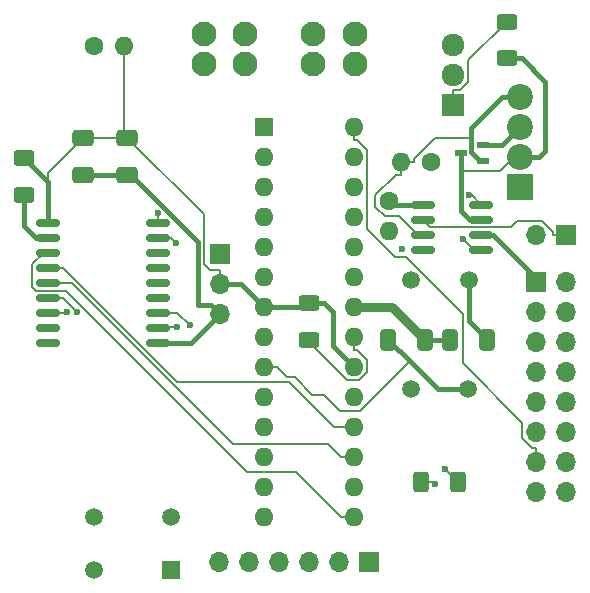
<source format=gbr>
%TF.GenerationSoftware,KiCad,Pcbnew,8.0.1-rc1*%
%TF.CreationDate,2024-05-12T16:28:37-07:00*%
%TF.ProjectId,Automotive Monitoring System CANBus Sensor,4175746f-6d6f-4746-9976-65204d6f6e69,rev?*%
%TF.SameCoordinates,Original*%
%TF.FileFunction,Copper,L4,Bot*%
%TF.FilePolarity,Positive*%
%FSLAX46Y46*%
G04 Gerber Fmt 4.6, Leading zero omitted, Abs format (unit mm)*
G04 Created by KiCad (PCBNEW 8.0.1-rc1) date 2024-05-12 16:28:37*
%MOMM*%
%LPD*%
G01*
G04 APERTURE LIST*
G04 Aperture macros list*
%AMRoundRect*
0 Rectangle with rounded corners*
0 $1 Rounding radius*
0 $2 $3 $4 $5 $6 $7 $8 $9 X,Y pos of 4 corners*
0 Add a 4 corners polygon primitive as box body*
4,1,4,$2,$3,$4,$5,$6,$7,$8,$9,$2,$3,0*
0 Add four circle primitives for the rounded corners*
1,1,$1+$1,$2,$3*
1,1,$1+$1,$4,$5*
1,1,$1+$1,$6,$7*
1,1,$1+$1,$8,$9*
0 Add four rect primitives between the rounded corners*
20,1,$1+$1,$2,$3,$4,$5,0*
20,1,$1+$1,$4,$5,$6,$7,0*
20,1,$1+$1,$6,$7,$8,$9,0*
20,1,$1+$1,$8,$9,$2,$3,0*%
G04 Aperture macros list end*
%TA.AperFunction,ComponentPad*%
%ADD10R,1.700000X1.700000*%
%TD*%
%TA.AperFunction,ComponentPad*%
%ADD11O,1.700000X1.700000*%
%TD*%
%TA.AperFunction,ComponentPad*%
%ADD12C,1.600000*%
%TD*%
%TA.AperFunction,ComponentPad*%
%ADD13O,1.600000X1.600000*%
%TD*%
%TA.AperFunction,ComponentPad*%
%ADD14C,2.100000*%
%TD*%
%TA.AperFunction,ComponentPad*%
%ADD15R,2.200000X2.200000*%
%TD*%
%TA.AperFunction,ComponentPad*%
%ADD16C,2.200000*%
%TD*%
%TA.AperFunction,ComponentPad*%
%ADD17R,1.920000X1.920000*%
%TD*%
%TA.AperFunction,ComponentPad*%
%ADD18C,1.920000*%
%TD*%
%TA.AperFunction,ComponentPad*%
%ADD19C,1.500000*%
%TD*%
%TA.AperFunction,ComponentPad*%
%ADD20R,1.500000X1.500000*%
%TD*%
%TA.AperFunction,ComponentPad*%
%ADD21R,1.600000X1.600000*%
%TD*%
%TA.AperFunction,SMDPad,CuDef*%
%ADD22RoundRect,0.250000X-0.412500X-0.650000X0.412500X-0.650000X0.412500X0.650000X-0.412500X0.650000X0*%
%TD*%
%TA.AperFunction,SMDPad,CuDef*%
%ADD23RoundRect,0.150000X0.875000X0.150000X-0.875000X0.150000X-0.875000X-0.150000X0.875000X-0.150000X0*%
%TD*%
%TA.AperFunction,SMDPad,CuDef*%
%ADD24RoundRect,0.250000X0.400000X0.625000X-0.400000X0.625000X-0.400000X-0.625000X0.400000X-0.625000X0*%
%TD*%
%TA.AperFunction,SMDPad,CuDef*%
%ADD25RoundRect,0.250000X-0.650000X0.412500X-0.650000X-0.412500X0.650000X-0.412500X0.650000X0.412500X0*%
%TD*%
%TA.AperFunction,SMDPad,CuDef*%
%ADD26RoundRect,0.150000X0.825000X0.150000X-0.825000X0.150000X-0.825000X-0.150000X0.825000X-0.150000X0*%
%TD*%
%TA.AperFunction,SMDPad,CuDef*%
%ADD27RoundRect,0.250000X0.625000X-0.400000X0.625000X0.400000X-0.625000X0.400000X-0.625000X-0.400000X0*%
%TD*%
%TA.AperFunction,SMDPad,CuDef*%
%ADD28RoundRect,0.250000X-0.625000X0.400000X-0.625000X-0.400000X0.625000X-0.400000X0.625000X0.400000X0*%
%TD*%
%TA.AperFunction,SMDPad,CuDef*%
%ADD29R,1.000000X0.550000*%
%TD*%
%TA.AperFunction,SMDPad,CuDef*%
%ADD30RoundRect,0.250000X0.412500X0.650000X-0.412500X0.650000X-0.412500X-0.650000X0.412500X-0.650000X0*%
%TD*%
%TA.AperFunction,ViaPad*%
%ADD31C,0.600000*%
%TD*%
%TA.AperFunction,Conductor*%
%ADD32C,0.381000*%
%TD*%
%TA.AperFunction,Conductor*%
%ADD33C,0.200000*%
%TD*%
%TA.AperFunction,Conductor*%
%ADD34C,0.762000*%
%TD*%
G04 APERTURE END LIST*
D10*
%TO.P,J6,1,Pin_1*%
%TO.N,+5V*%
X145670700Y-73750200D03*
D11*
%TO.P,J6,2,Pin_2*%
%TO.N,/BareMinAtmel328P/PD3-D3*%
X148210700Y-73750200D03*
%TO.P,J6,3,Pin_3*%
%TO.N,+VDC*%
X145670700Y-76290200D03*
%TO.P,J6,4,Pin_4*%
%TO.N,/BareMinAtmel328P/PD4-D4*%
X148210700Y-76290200D03*
%TO.P,J6,5,Pin_5*%
%TO.N,/BareMinAtmel328P/PC1-A1*%
X145670700Y-78830200D03*
%TO.P,J6,6,Pin_6*%
%TO.N,/BareMinAtmel328P/PD5-D5*%
X148210700Y-78830200D03*
%TO.P,J6,7,Pin_7*%
%TO.N,/BareMinAtmel328P/PC2-A2*%
X145670700Y-81370200D03*
%TO.P,J6,8,Pin_8*%
%TO.N,/BareMinAtmel328P/PD6-D6*%
X148210700Y-81370200D03*
%TO.P,J6,9,Pin_9*%
%TO.N,/BareMinAtmel328P/PC3-A3*%
X145670700Y-83910200D03*
%TO.P,J6,10,Pin_10*%
%TO.N,/BareMinAtmel328P/PD7-D7*%
X148210700Y-83910200D03*
%TO.P,J6,11,Pin_11*%
%TO.N,/BareMinAtmel328P/PC4-A4-SDA*%
X145670700Y-86450200D03*
%TO.P,J6,12,Pin_12*%
%TO.N,/BareMinAtmel328P/PB0-D8*%
X148210700Y-86450200D03*
%TO.P,J6,13,Pin_13*%
%TO.N,/BareMinAtmel328P/PC5-A5-SCL*%
X145670700Y-88990200D03*
%TO.P,J6,14,Pin_14*%
%TO.N,/BareMinAtmel328P/PB2-D10-SS*%
X148210700Y-88990200D03*
%TO.P,J6,15,Pin_15*%
%TO.N,GND*%
X145670700Y-91530200D03*
%TO.P,J6,16,Pin_16*%
X148210700Y-91530200D03*
%TD*%
D12*
%TO.P,R4,1*%
%TO.N,Net-(U3-Rs)*%
X133212700Y-66876100D03*
D13*
%TO.P,R4,2*%
%TO.N,GND*%
X133212700Y-69416100D03*
%TD*%
D12*
%TO.P,NTC1,1*%
%TO.N,/BareMinAtmel328P/PC0-A0*%
X108245700Y-53800500D03*
D13*
%TO.P,NTC1,2*%
%TO.N,+5V*%
X110785700Y-53800500D03*
%TD*%
D12*
%TO.P,R6,1*%
%TO.N,Net-(J4-Pin_2)*%
X136841000Y-63583500D03*
D13*
%TO.P,R6,2*%
%TO.N,CANBUS_L*%
X134301000Y-63583500D03*
%TD*%
D10*
%TO.P,Powerboard1,1,Pin_1*%
%TO.N,+VDC*%
X118946900Y-71348200D03*
D11*
%TO.P,Powerboard1,2,Pin_2*%
%TO.N,+5V*%
X118946900Y-73888200D03*
%TO.P,Powerboard1,3,Pin_3*%
%TO.N,GND*%
X118946900Y-76428200D03*
%TD*%
D10*
%TO.P,J4,1,Pin_1*%
%TO.N,CANBUS_H*%
X148277500Y-69805300D03*
D11*
%TO.P,J4,2,Pin_2*%
%TO.N,Net-(J4-Pin_2)*%
X145737500Y-69805300D03*
%TD*%
D14*
%TO.P,U2,1,1*%
%TO.N,+VDC*%
X117554300Y-55290900D03*
%TO.P,U2,2,2*%
X121054300Y-55290900D03*
%TO.P,U2,3,3*%
%TO.N,Net-(Q1-Pad3)*%
X126854300Y-55290900D03*
%TO.P,U2,4,4*%
X130354300Y-55290900D03*
%TO.P,U2,5,5*%
X130354300Y-52790900D03*
%TO.P,U2,6,6*%
X126854300Y-52790900D03*
%TO.P,U2,7,7*%
%TO.N,+VDC*%
X121054300Y-52790900D03*
%TO.P,U2,8,8*%
X117554300Y-52790900D03*
%TD*%
D15*
%TO.P,J5,1,Pin_1*%
%TO.N,Net-(J5-Pin_1)*%
X144337900Y-65725000D03*
D16*
%TO.P,J5,2,Pin_2*%
%TO.N,GND*%
X144337900Y-63185000D03*
%TO.P,J5,3,Pin_3*%
%TO.N,CANBUS_H*%
X144337900Y-60645000D03*
%TO.P,J5,4,Pin_4*%
%TO.N,CANBUS_L*%
X144337900Y-58105000D03*
%TD*%
D17*
%TO.P,Q1,1*%
%TO.N,Net-(Q1-Pad1)*%
X138691700Y-58745000D03*
D18*
%TO.P,Q1,2*%
%TO.N,Net-(J5-Pin_1)*%
X138691700Y-56205000D03*
%TO.P,Q1,3*%
%TO.N,Net-(Q1-Pad3)*%
X138691700Y-53665000D03*
%TD*%
D10*
%TO.P,J2,1,Pin_1*%
%TO.N,GND*%
X131583000Y-97472600D03*
D11*
%TO.P,J2,2,Pin_2*%
%TO.N,unconnected-(J2-Pin_2-Pad2)*%
X129043000Y-97472600D03*
%TO.P,J2,3,Pin_3*%
%TO.N,+5V*%
X126503000Y-97472600D03*
%TO.P,J2,4,Pin_4*%
%TO.N,/BareMinAtmel328P/PD0-RX*%
X123963000Y-97472600D03*
%TO.P,J2,5,Pin_5*%
%TO.N,/BareMinAtmel328P/PD1-TX*%
X121423000Y-97472600D03*
%TO.P,J2,6,Pin_6*%
%TO.N,Net-(J2-Pin_6)*%
X118883000Y-97472600D03*
%TD*%
D19*
%TO.P,Y2,1,1*%
%TO.N,Net-(U4-OSC1)*%
X135124800Y-73536500D03*
%TO.P,Y2,2,2*%
%TO.N,Net-(U4-OSC2)*%
X140004800Y-73536500D03*
%TD*%
D20*
%TO.P,Reset1,1,NO_1*%
%TO.N,/BareMinAtmel328P/RESET*%
X114764200Y-98131600D03*
D19*
%TO.P,Reset1,2,NO_2*%
%TO.N,unconnected-(Reset1-NO_2-Pad2)*%
X108264200Y-98131600D03*
%TO.P,Reset1,3,COM_1*%
%TO.N,GND*%
X114764200Y-93631600D03*
%TO.P,Reset1,4,COM_2*%
%TO.N,unconnected-(Reset1-COM_2-Pad4)*%
X108264200Y-93631600D03*
%TD*%
%TO.P,Y1,1,1*%
%TO.N,Net-(U1-XTAL2{slash}PB7)*%
X135099900Y-82790900D03*
%TO.P,Y1,2,2*%
%TO.N,Net-(U1-XTAL1{slash}PB6)*%
X139979900Y-82790900D03*
%TD*%
D21*
%TO.P,U1,1,~{RESET}/PC6*%
%TO.N,/BareMinAtmel328P/RESET*%
X122659400Y-60606700D03*
D13*
%TO.P,U1,2,PD0*%
%TO.N,/BareMinAtmel328P/PD0-RX*%
X122659400Y-63146700D03*
%TO.P,U1,3,PD1*%
%TO.N,/BareMinAtmel328P/PD1-TX*%
X122659400Y-65686700D03*
%TO.P,U1,4,PD2*%
%TO.N,/BareMinAtmel328P/PD2-D2*%
X122659400Y-68226700D03*
%TO.P,U1,5,PD3*%
%TO.N,/BareMinAtmel328P/PD3-D3*%
X122659400Y-70766700D03*
%TO.P,U1,6,PD4*%
%TO.N,/BareMinAtmel328P/PD4-D4*%
X122659400Y-73306700D03*
%TO.P,U1,7,VCC*%
%TO.N,+5V*%
X122659400Y-75846700D03*
%TO.P,U1,8,GND*%
%TO.N,GND*%
X122659400Y-78386700D03*
%TO.P,U1,9,XTAL1/PB6*%
%TO.N,Net-(U1-XTAL1{slash}PB6)*%
X122659400Y-80926700D03*
%TO.P,U1,10,XTAL2/PB7*%
%TO.N,Net-(U1-XTAL2{slash}PB7)*%
X122659400Y-83466700D03*
%TO.P,U1,11,PD5*%
%TO.N,/BareMinAtmel328P/PD5-D5*%
X122659400Y-86006700D03*
%TO.P,U1,12,PD6*%
%TO.N,/BareMinAtmel328P/PD6-D6*%
X122659400Y-88546700D03*
%TO.P,U1,13,PD7*%
%TO.N,/BareMinAtmel328P/PD7-D7*%
X122659400Y-91086700D03*
%TO.P,U1,14,PB0*%
%TO.N,/BareMinAtmel328P/PB0-D8*%
X122659400Y-93626700D03*
%TO.P,U1,15,PB1*%
%TO.N,/BareMinAtmel328P/PB1-D9*%
X130279400Y-93626700D03*
%TO.P,U1,16,PB2*%
%TO.N,/BareMinAtmel328P/PB2-D10-SS*%
X130279400Y-91086700D03*
%TO.P,U1,17,PB3*%
%TO.N,/BareMinAtmel328P/PB3-D11-MOSI*%
X130279400Y-88546700D03*
%TO.P,U1,18,PB4*%
%TO.N,/BareMinAtmel328P/PB4-D12-MISO*%
X130279400Y-86006700D03*
%TO.P,U1,19,PB5*%
%TO.N,/BareMinAtmel328P/PB5-D13-SCK*%
X130279400Y-83466700D03*
%TO.P,U1,20,AVCC*%
%TO.N,+5V*%
X130279400Y-80926700D03*
%TO.P,U1,21,AREF*%
%TO.N,/BareMinAtmel328P/AREF*%
X130279400Y-78386700D03*
%TO.P,U1,22,GND*%
%TO.N,GND*%
X130279400Y-75846700D03*
%TO.P,U1,23,PC0*%
%TO.N,/BareMinAtmel328P/PC0-A0*%
X130279400Y-73306700D03*
%TO.P,U1,24,PC1*%
%TO.N,/BareMinAtmel328P/PC1-A1*%
X130279400Y-70766700D03*
%TO.P,U1,25,PC2*%
%TO.N,/BareMinAtmel328P/PC2-A2*%
X130279400Y-68226700D03*
%TO.P,U1,26,PC3*%
%TO.N,/BareMinAtmel328P/PC3-A3*%
X130279400Y-65686700D03*
%TO.P,U1,27,PC4*%
%TO.N,/BareMinAtmel328P/PC4-A4-SDA*%
X130279400Y-63146700D03*
%TO.P,U1,28,PC5*%
%TO.N,/BareMinAtmel328P/PC5-A5-SCL*%
X130279400Y-60606700D03*
%TD*%
D22*
%TO.P,C2,1*%
%TO.N,Net-(U1-XTAL1{slash}PB6)*%
X133194600Y-78621200D03*
%TO.P,C2,2*%
%TO.N,GND*%
X136319600Y-78621200D03*
%TD*%
D23*
%TO.P,U4,1,TXCAN*%
%TO.N,/CANBUS-MCP2515/TXtoCANTC*%
X113704600Y-68738400D03*
%TO.P,U4,2,RXCAN*%
%TO.N,/CANBUS-MCP2515/RXtoCANTC*%
X113704600Y-70008400D03*
%TO.P,U4,3,CLKOUT/SOF*%
%TO.N,unconnected-(U4-CLKOUT{slash}SOF-Pad3)*%
X113704600Y-71278400D03*
%TO.P,U4,4,~{TX0RTS}*%
%TO.N,unconnected-(U4-~{TX0RTS}-Pad4)*%
X113704600Y-72548400D03*
%TO.P,U4,5,~{TX1RTS}*%
%TO.N,unconnected-(U4-~{TX1RTS}-Pad5)*%
X113704600Y-73818400D03*
%TO.P,U4,6,~{TX2RTS}*%
%TO.N,unconnected-(U4-~{TX2RTS}-Pad6)*%
X113704600Y-75088400D03*
%TO.P,U4,7,OSC2*%
%TO.N,Net-(U4-OSC2)*%
X113704600Y-76358400D03*
%TO.P,U4,8,OSC1*%
%TO.N,Net-(U4-OSC1)*%
X113704600Y-77628400D03*
%TO.P,U4,9,VSS*%
%TO.N,GND*%
X113704600Y-78898400D03*
%TO.P,U4,10,~{RX1BF}*%
%TO.N,unconnected-(U4-~{RX1BF}-Pad10)*%
X104404600Y-78898400D03*
%TO.P,U4,11,~{RX0BF}*%
%TO.N,unconnected-(U4-~{RX0BF}-Pad11)*%
X104404600Y-77628400D03*
%TO.P,U4,12,~{INT}*%
%TO.N,/BareMinAtmel328P/PD2-D2*%
X104404600Y-76358400D03*
%TO.P,U4,13,SCK*%
%TO.N,/BareMinAtmel328P/PB5-D13-SCK*%
X104404600Y-75088400D03*
%TO.P,U4,14,SI*%
%TO.N,/BareMinAtmel328P/PB3-D11-MOSI*%
X104404600Y-73818400D03*
%TO.P,U4,15,SO*%
%TO.N,/BareMinAtmel328P/PB4-D12-MISO*%
X104404600Y-72548400D03*
%TO.P,U4,16,~{CS}*%
%TO.N,/BareMinAtmel328P/PB1-D9*%
X104404600Y-71278400D03*
%TO.P,U4,17,~{RESET}*%
%TO.N,Net-(U4-~{RESET})*%
X104404600Y-70008400D03*
%TO.P,U4,18,VDD*%
%TO.N,+5V*%
X104404600Y-68738400D03*
%TD*%
D24*
%TO.P,R1,1*%
%TO.N,+5V*%
X139093300Y-90662100D03*
%TO.P,R1,2*%
%TO.N,/BareMinAtmel328P/RESET*%
X135993300Y-90662100D03*
%TD*%
D25*
%TO.P,C4,1*%
%TO.N,+5V*%
X107355700Y-61594400D03*
%TO.P,C4,2*%
%TO.N,GND*%
X107355700Y-64719400D03*
%TD*%
D26*
%TO.P,U3,1,TXD*%
%TO.N,/CANBUS-MCP2515/TXtoCANTC*%
X141050300Y-67195000D03*
%TO.P,U3,2,VSS*%
%TO.N,GND*%
X141050300Y-68465000D03*
%TO.P,U3,3,VDD*%
%TO.N,+5V*%
X141050300Y-69735000D03*
%TO.P,U3,4,RXD*%
%TO.N,/CANBUS-MCP2515/RXtoCANTC*%
X141050300Y-71005000D03*
%TO.P,U3,5,Vref*%
%TO.N,unconnected-(U3-Vref-Pad5)*%
X136100300Y-71005000D03*
%TO.P,U3,6,CANL*%
%TO.N,CANBUS_L*%
X136100300Y-69735000D03*
%TO.P,U3,7,CANH*%
%TO.N,CANBUS_H*%
X136100300Y-68465000D03*
%TO.P,U3,8,Rs*%
%TO.N,Net-(U3-Rs)*%
X136100300Y-67195000D03*
%TD*%
D27*
%TO.P,R5,1*%
%TO.N,Net-(U4-~{RESET})*%
X102382900Y-66361600D03*
%TO.P,R5,2*%
%TO.N,+5V*%
X102382900Y-63261600D03*
%TD*%
%TO.P,R3,1*%
%TO.N,/BareMinAtmel328P/AREF*%
X126459400Y-78656700D03*
%TO.P,R3,2*%
%TO.N,+5V*%
X126459400Y-75556700D03*
%TD*%
D28*
%TO.P,R2,1*%
%TO.N,Net-(Q1-Pad1)*%
X143201100Y-51703000D03*
%TO.P,R2,2*%
%TO.N,GND*%
X143201100Y-54803000D03*
%TD*%
D25*
%TO.P,C5,1*%
%TO.N,+5V*%
X111102700Y-61520500D03*
%TO.P,C5,2*%
%TO.N,GND*%
X111102700Y-64645500D03*
%TD*%
D29*
%TO.P,D1,1,CATHODE_1*%
%TO.N,CANBUS_H*%
X141219800Y-62184400D03*
%TO.P,D1,2,CATHODE_2*%
%TO.N,CANBUS_L*%
X141219800Y-63484400D03*
%TO.P,D1,3,COMMON_ANODE*%
%TO.N,GND*%
X139319800Y-62834400D03*
%TD*%
D30*
%TO.P,C6,1*%
%TO.N,Net-(U4-OSC2)*%
X141577900Y-78631000D03*
%TO.P,C6,2*%
%TO.N,GND*%
X138452900Y-78631000D03*
%TD*%
D31*
%TO.N,/BareMinAtmel328P/RESET*%
X137149000Y-90817500D03*
%TO.N,+5V*%
X138034000Y-89602800D03*
%TO.N,Net-(U4-OSC2)*%
X116364300Y-77393900D03*
%TO.N,Net-(U4-OSC1)*%
X115277900Y-77595800D03*
%TO.N,/BareMinAtmel328P/PB5-D13-SCK*%
X106837800Y-76301600D03*
%TO.N,/BareMinAtmel328P/PC2-A2*%
X134341100Y-70994700D03*
%TO.N,/BareMinAtmel328P/PD2-D2*%
X105963600Y-76290800D03*
%TO.N,/CANBUS-MCP2515/RXtoCANTC*%
X115246500Y-70431100D03*
X139554400Y-70107600D03*
%TO.N,/CANBUS-MCP2515/TXtoCANTC*%
X113704600Y-67937600D03*
X140015700Y-66392500D03*
%TD*%
D32*
%TO.N,GND*%
X118195000Y-75676400D02*
X117091000Y-75676400D01*
X136320000Y-78621200D02*
X138443000Y-78621200D01*
X116477000Y-78898400D02*
X118947000Y-76428200D01*
D33*
X143812300Y-63185000D02*
X142654600Y-64342700D01*
D32*
X144475000Y-54803000D02*
X146491000Y-56818600D01*
X113705000Y-78898400D02*
X116477000Y-78898400D01*
X143201100Y-54803000D02*
X144475000Y-54803000D01*
D33*
X139320000Y-63588500D02*
X139319800Y-63588300D01*
D32*
X146491000Y-62643600D02*
X145949000Y-63185000D01*
X139320000Y-64342700D02*
X139320000Y-63588500D01*
D34*
X130279400Y-75846700D02*
X133545000Y-75846700D01*
D32*
X111029000Y-64719400D02*
X107356000Y-64719400D01*
X117091000Y-75676400D02*
X117091000Y-70331300D01*
X139320000Y-63588500D02*
X139320000Y-62834400D01*
D33*
X139319800Y-63588300D02*
X139319800Y-62834400D01*
D32*
X117091000Y-70331300D02*
X111405000Y-64645500D01*
X145949000Y-63185000D02*
X144338000Y-63185000D01*
D33*
X142654600Y-64342700D02*
X139320000Y-64342700D01*
D32*
X141050000Y-68465000D02*
X140075000Y-68465000D01*
D34*
X133545000Y-75846700D02*
X136319800Y-78621000D01*
D32*
X139320000Y-67709600D02*
X139320000Y-64342700D01*
X140075000Y-68465000D02*
X139320000Y-67709600D01*
X118946900Y-76428200D02*
X118195000Y-75676400D01*
X146491000Y-56818600D02*
X146491000Y-62643600D01*
%TO.N,Net-(U1-XTAL1{slash}PB6)*%
X135003300Y-80429800D02*
X133195000Y-78621200D01*
D33*
X122659400Y-80926700D02*
X123759500Y-80926700D01*
X125251900Y-81796500D02*
X124629300Y-81796500D01*
X130785200Y-84647800D02*
X129090300Y-84647800D01*
X126769400Y-83314000D02*
X125251900Y-81796500D01*
D32*
X137364000Y-82790900D02*
X135003300Y-80429800D01*
D33*
X124629300Y-81796500D02*
X123759500Y-80926700D01*
X129090300Y-84647800D02*
X127756500Y-83314000D01*
X127756500Y-83314000D02*
X126769400Y-83314000D01*
X135003300Y-80429800D02*
X135003200Y-80429800D01*
X135003200Y-80429800D02*
X130785200Y-84647800D01*
D32*
X139979900Y-82790900D02*
X137364000Y-82790900D01*
D33*
%TO.N,/BareMinAtmel328P/RESET*%
X136993600Y-90662100D02*
X137149000Y-90817500D01*
X135993300Y-90662100D02*
X136993600Y-90662100D01*
D32*
%TO.N,+5V*%
X128533000Y-79179900D02*
X130279000Y-80926700D01*
D33*
X111102700Y-61520500D02*
X117581700Y-67999500D01*
D32*
X102383000Y-63261600D02*
X104405000Y-65283300D01*
D33*
X138034000Y-89602800D02*
X139093300Y-90662100D01*
X117581700Y-67999500D02*
X117581700Y-72186200D01*
D32*
X141050300Y-69735000D02*
X142025000Y-69735000D01*
X122659400Y-75846700D02*
X126169000Y-75846700D01*
D33*
X118133600Y-72738100D02*
X118946900Y-72738100D01*
D32*
X126459400Y-75556700D02*
X127779000Y-75556700D01*
D33*
X104405000Y-64545100D02*
X104405000Y-65283300D01*
X118946900Y-73888200D02*
X118946900Y-72738100D01*
D32*
X127779000Y-75556700D02*
X128533000Y-76310500D01*
D33*
X107355700Y-61594400D02*
X104405000Y-64545100D01*
D32*
X104405000Y-65283300D02*
X104405000Y-68738400D01*
D33*
X117581700Y-72186200D02*
X118133600Y-72738100D01*
D32*
X120701000Y-73888200D02*
X122659000Y-75846700D01*
X128533000Y-76310500D02*
X128533000Y-79179900D01*
X118947000Y-73888200D02*
X120701000Y-73888200D01*
D33*
X110785700Y-53800500D02*
X110785700Y-61520500D01*
X110785700Y-61520500D02*
X107429600Y-61520500D01*
D32*
X142025000Y-69735000D02*
X145671000Y-73380400D01*
%TO.N,Net-(U4-OSC2)*%
X140005000Y-73536500D02*
X140005000Y-75091200D01*
X140791500Y-77844400D02*
X141578000Y-78631000D01*
D33*
X115328800Y-76358400D02*
X116364300Y-77393900D01*
X113704600Y-76358400D02*
X115328800Y-76358400D01*
X140005000Y-75091200D02*
X140004800Y-75091000D01*
X140791500Y-77844400D02*
X141577900Y-78630800D01*
X140004800Y-75091000D02*
X140004800Y-73536500D01*
D32*
X140005000Y-77057800D02*
X140791500Y-77844400D01*
X140005000Y-75091200D02*
X140005000Y-77057800D01*
D33*
%TO.N,Net-(U4-OSC1)*%
X115277900Y-77595800D02*
X113737200Y-77595800D01*
%TO.N,CANBUS_L*%
X134301000Y-63583500D02*
X134301000Y-64683600D01*
X135694000Y-69735000D02*
X134105100Y-68146100D01*
X134301000Y-63583500D02*
X135401100Y-63583500D01*
D32*
X142782000Y-58105000D02*
X140210000Y-60676900D01*
D33*
X135401100Y-63355500D02*
X135401100Y-63583500D01*
X134105100Y-68146100D02*
X132887400Y-68146100D01*
X137188500Y-61568100D02*
X135401100Y-63355500D01*
D32*
X140210000Y-60676900D02*
X140210000Y-61568100D01*
D33*
X132108600Y-67367300D02*
X132108600Y-66420100D01*
D32*
X144337900Y-58105000D02*
X142782000Y-58105000D01*
X140210000Y-62699900D02*
X140995000Y-63484400D01*
X140210000Y-61568100D02*
X140210000Y-62699900D01*
D33*
X132887400Y-68146100D02*
X132108600Y-67367300D01*
X140210000Y-61568100D02*
X137188500Y-61568100D01*
X132108600Y-66420100D02*
X133845100Y-64683600D01*
X133845100Y-64683600D02*
X134301000Y-64683600D01*
%TO.N,CANBUS_H*%
X148277500Y-69805300D02*
X147127400Y-69805300D01*
D32*
X141220000Y-62184400D02*
X142799000Y-62184400D01*
D33*
X146217900Y-68608300D02*
X144113900Y-68608300D01*
X144113900Y-68608300D02*
X143603900Y-69118300D01*
X136753600Y-69118300D02*
X136100300Y-68465000D01*
D32*
X142799000Y-62184400D02*
X144338000Y-60645000D01*
D33*
X147127400Y-69805300D02*
X147127400Y-69517800D01*
X147127400Y-69517800D02*
X146217900Y-68608300D01*
X143603900Y-69118300D02*
X136753600Y-69118300D01*
%TO.N,/BareMinAtmel328P/PB5-D13-SCK*%
X104404600Y-75088400D02*
X105624600Y-75088400D01*
X105624600Y-75088400D02*
X106837800Y-76301600D01*
%TO.N,/BareMinAtmel328P/PB3-D11-MOSI*%
X106382500Y-73818400D02*
X120010700Y-87446600D01*
X104404600Y-73818400D02*
X106382500Y-73818400D01*
X120010700Y-87446600D02*
X128079200Y-87446600D01*
X130279400Y-88546700D02*
X129179300Y-88546700D01*
X128079200Y-87446600D02*
X129179300Y-88546700D01*
%TO.N,/BareMinAtmel328P/PB4-D12-MISO*%
X105678400Y-72548400D02*
X115326700Y-82196700D01*
X115326700Y-82196700D02*
X124803500Y-82196700D01*
X124803500Y-82196700D02*
X128613500Y-86006700D01*
X128613500Y-86006700D02*
X130279400Y-86006700D01*
X104404600Y-72548400D02*
X105678400Y-72548400D01*
%TO.N,/BareMinAtmel328P/PC5-A5-SCL*%
X144520600Y-86977600D02*
X145383100Y-87840100D01*
X145383100Y-87840100D02*
X145670700Y-87840100D01*
X144520600Y-85647100D02*
X144520600Y-86977600D01*
X130279400Y-61706800D02*
X130507300Y-61706800D01*
X134671100Y-71594800D02*
X139514300Y-76438000D01*
X131379600Y-62579100D02*
X131379600Y-69222300D01*
X133752100Y-71594800D02*
X134671100Y-71594800D01*
X139514300Y-76438000D02*
X139514300Y-80640800D01*
X130279400Y-60606700D02*
X130279400Y-61706800D01*
X145670700Y-88990200D02*
X145670700Y-87840100D01*
X139514300Y-80640800D02*
X144520600Y-85647100D01*
X130507300Y-61706800D02*
X131379600Y-62579100D01*
X131379600Y-69222300D02*
X133752100Y-71594800D01*
%TO.N,Net-(Q1-Pad1)*%
X139243100Y-57484900D02*
X139951800Y-56776200D01*
X139951800Y-56776200D02*
X139951800Y-54952300D01*
X139951800Y-54952300D02*
X143201100Y-51703000D01*
X138691700Y-58745000D02*
X138691700Y-57484900D01*
X138691700Y-57484900D02*
X139243100Y-57484900D01*
%TO.N,/BareMinAtmel328P/AREF*%
X126459400Y-78785100D02*
X129709200Y-82034900D01*
X129709200Y-82034900D02*
X130735000Y-82034900D01*
X130507300Y-79486800D02*
X130279400Y-79486800D01*
X130735000Y-82034900D02*
X131411600Y-81358300D01*
X130279400Y-78386700D02*
X130279400Y-79486800D01*
X131411600Y-81358300D02*
X131411600Y-80391100D01*
X131411600Y-80391100D02*
X130507300Y-79486800D01*
D32*
%TO.N,Net-(U3-Rs)*%
X136100000Y-67195000D02*
X133532000Y-67195000D01*
%TO.N,Net-(U4-~{RESET})*%
X103380000Y-70008400D02*
X104404600Y-70008400D01*
D33*
X102382900Y-67349600D02*
X102382900Y-66361600D01*
D32*
X102383000Y-66361600D02*
X102383000Y-67349700D01*
D33*
X102383000Y-67349700D02*
X102382900Y-67349600D01*
D32*
X102383000Y-69011700D02*
X103380000Y-70008400D01*
X102383000Y-67349700D02*
X102383000Y-69011700D01*
D33*
%TO.N,/BareMinAtmel328P/PB1-D9*%
X103061300Y-74153100D02*
X103395800Y-74487600D01*
X104000600Y-71278400D02*
X103061300Y-72217700D01*
X125369300Y-89816700D02*
X129179300Y-93626700D01*
X121218300Y-89816700D02*
X125369300Y-89816700D01*
X103061300Y-72217700D02*
X103061300Y-74153100D01*
X103395800Y-74487600D02*
X105889200Y-74487600D01*
X130279400Y-93626700D02*
X129179300Y-93626700D01*
X105889200Y-74487600D02*
X121218300Y-89816700D01*
%TO.N,/BareMinAtmel328P/PD2-D2*%
X104404600Y-76358400D02*
X105896000Y-76358400D01*
X105896000Y-76358400D02*
X105963600Y-76290800D01*
%TO.N,/CANBUS-MCP2515/RXtoCANTC*%
X113704600Y-70008400D02*
X114823800Y-70008400D01*
X140451800Y-71005000D02*
X139554400Y-70107600D01*
X114823800Y-70008400D02*
X115246500Y-70431100D01*
%TO.N,/CANBUS-MCP2515/TXtoCANTC*%
X141050300Y-67195000D02*
X140247800Y-66392500D01*
X140247800Y-66392500D02*
X140015700Y-66392500D01*
X113704600Y-68738400D02*
X113704600Y-67937600D01*
%TD*%
M02*

</source>
